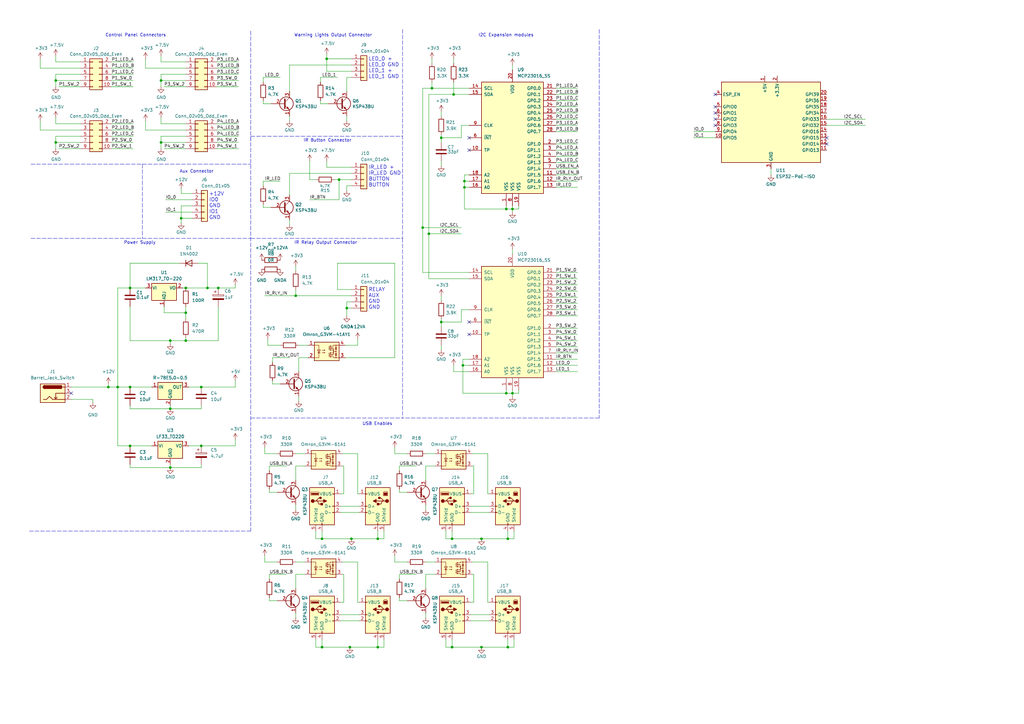
<source format=kicad_sch>
(kicad_sch (version 20211123) (generator eeschema)
  (paper "A3")
  (junction (at 82.55 182.88))
  (junction (at 154.94 220.98))
  (junction (at 177.165 36.195))
  (junction (at 180.975 132.08))
  (junction (at 133.985 24.13))
  (junction (at 207.645 161.29))
  (junction (at 210.185 161.29))
  (junction (at 132.08 265.43))
  (junction (at 132.08 220.98))
  (junction (at 66.04 58.42))
  (junction (at 74.295 89.535))
  (junction (at 186.055 38.735))
  (junction (at 207.645 85.725))
  (junction (at 185.42 220.98))
  (junction (at 143.51 265.43))
  (junction (at 53.34 118.11))
  (junction (at 69.85 191.77))
  (junction (at 180.975 56.515))
  (junction (at 144.145 220.98))
  (junction (at 22.86 33.02))
  (junction (at 121.285 121.285))
  (junction (at 197.485 265.43))
  (junction (at 173.355 93.345))
  (junction (at 190.5 76.835))
  (junction (at 66.04 33.02))
  (junction (at 69.85 139.7))
  (junction (at 154.94 265.43))
  (junction (at 85.09 118.11))
  (junction (at 89.535 118.11))
  (junction (at 22.86 58.42))
  (junction (at 76.2 128.27))
  (junction (at 210.185 85.725))
  (junction (at 76.2 139.7))
  (junction (at 208.28 265.43))
  (junction (at 197.485 220.98))
  (junction (at 69.85 167.64))
  (junction (at 53.34 182.88))
  (junction (at 82.55 158.75))
  (junction (at 44.45 158.75))
  (junction (at 142.24 126.365))
  (junction (at 185.42 265.43))
  (junction (at 190.5 74.295))
  (junction (at 139.065 73.66))
  (junction (at 53.34 158.75))
  (junction (at 76.2 118.11))
  (junction (at 48.26 158.75))
  (junction (at 175.895 95.885))
  (junction (at 189.865 149.86))
  (junction (at 208.28 220.98))
  (no_connect (at 192.405 132.08))
  (no_connect (at 192.405 137.16))
  (no_connect (at 192.405 56.515))
  (no_connect (at 192.405 61.595))
  (no_connect (at 293.37 43.815))
  (no_connect (at 293.37 46.355))
  (no_connect (at 293.37 51.435))
  (no_connect (at 29.21 161.29))
  (no_connect (at 339.09 56.515))
  (no_connect (at 339.09 59.055))
  (no_connect (at 293.37 48.895))
  (no_connect (at 293.37 38.735))
  (wire (pts (xy 44.45 157.48) (xy 44.45 158.75)))
  (wire (pts (xy 142.24 123.825) (xy 142.24 126.365)))
  (wire (pts (xy 137.16 73.66) (xy 139.065 73.66)))
  (wire (pts (xy 227.965 116.84) (xy 236.855 116.84)))
  (wire (pts (xy 121.285 191.135) (xy 125.095 191.135)))
  (wire (pts (xy 78.74 84.455) (xy 74.295 84.455)))
  (wire (pts (xy 173.355 93.345) (xy 173.355 36.195)))
  (wire (pts (xy 88.9 58.42) (xy 97.79 58.42)))
  (wire (pts (xy 29.21 158.75) (xy 44.45 158.75)))
  (wire (pts (xy 185.42 265.43) (xy 197.485 265.43)))
  (wire (pts (xy 108.585 186.055) (xy 113.665 186.055)))
  (wire (pts (xy 33.02 27.94) (xy 16.51 27.94)))
  (wire (pts (xy 208.28 220.98) (xy 210.82 220.98)))
  (wire (pts (xy 142.24 126.365) (xy 144.145 126.365)))
  (wire (pts (xy 139.065 73.66) (xy 144.145 73.66)))
  (wire (pts (xy 74.295 77.47) (xy 74.295 79.375)))
  (wire (pts (xy 22.86 58.42) (xy 22.86 55.88)))
  (wire (pts (xy 133.985 68.58) (xy 144.145 68.58)))
  (wire (pts (xy 180.975 132.08) (xy 189.23 132.08)))
  (wire (pts (xy 142.24 31.75) (xy 144.145 31.75)))
  (wire (pts (xy 207.645 161.29) (xy 207.645 160.02)))
  (wire (pts (xy 139.7 202.565) (xy 140.97 202.565)))
  (wire (pts (xy 121.285 121.285) (xy 121.285 118.745)))
  (wire (pts (xy 48.26 118.11) (xy 48.26 158.75)))
  (wire (pts (xy 227.965 41.275) (xy 236.855 41.275)))
  (wire (pts (xy 69.85 191.77) (xy 53.34 191.77)))
  (wire (pts (xy 192.405 71.755) (xy 190.5 71.755)))
  (wire (pts (xy 174.625 230.505) (xy 178.435 230.505)))
  (wire (pts (xy 177.165 24.13) (xy 177.165 26.035)))
  (wire (pts (xy 88.9 25.4) (xy 97.79 25.4)))
  (wire (pts (xy 22.86 48.26) (xy 22.86 50.8)))
  (polyline (pts (xy 165.1 71.755) (xy 165.1 97.79)))
  (wire (pts (xy 53.34 167.64) (xy 53.34 166.37)))
  (wire (pts (xy 141.605 146.685) (xy 161.925 146.685)))
  (wire (pts (xy 121.285 186.055) (xy 125.095 186.055)))
  (wire (pts (xy 88.9 53.34) (xy 97.79 53.34)))
  (wire (pts (xy 190.5 85.725) (xy 207.645 85.725)))
  (wire (pts (xy 227.965 53.975) (xy 236.855 53.975)))
  (wire (pts (xy 161.925 186.055) (xy 167.005 186.055)))
  (wire (pts (xy 227.965 46.355) (xy 236.855 46.355)))
  (wire (pts (xy 118.745 26.67) (xy 144.145 26.67)))
  (wire (pts (xy 227.965 48.895) (xy 236.855 48.895)))
  (wire (pts (xy 200.025 186.055) (xy 193.675 186.055)))
  (wire (pts (xy 122.555 141.605) (xy 126.365 141.605)))
  (wire (pts (xy 146.685 230.505) (xy 140.335 230.505)))
  (wire (pts (xy 146.685 141.605) (xy 141.605 141.605)))
  (wire (pts (xy 193.675 191.135) (xy 194.31 191.135)))
  (wire (pts (xy 53.34 182.88) (xy 48.26 182.88)))
  (wire (pts (xy 144.145 220.98) (xy 154.94 220.98)))
  (wire (pts (xy 88.9 27.94) (xy 97.79 27.94)))
  (wire (pts (xy 163.83 235.585) (xy 170.815 235.585)))
  (wire (pts (xy 69.85 190.5) (xy 69.85 191.77)))
  (wire (pts (xy 81.28 107.95) (xy 85.09 107.95)))
  (wire (pts (xy 110.49 201.93) (xy 110.49 200.66)))
  (wire (pts (xy 180.975 55.245) (xy 180.975 56.515)))
  (wire (pts (xy 227.965 59.055) (xy 236.855 59.055)))
  (wire (pts (xy 110.49 201.93) (xy 113.665 201.93)))
  (wire (pts (xy 189.865 149.86) (xy 189.865 161.29)))
  (wire (pts (xy 210.185 85.725) (xy 207.645 85.725)))
  (wire (pts (xy 66.04 30.48) (xy 76.2 30.48)))
  (wire (pts (xy 157.48 262.255) (xy 157.48 265.43)))
  (wire (pts (xy 194.31 191.135) (xy 194.31 202.565)))
  (polyline (pts (xy 12.7 67.31) (xy 58.42 67.31)))
  (wire (pts (xy 69.85 166.37) (xy 69.85 167.64)))
  (wire (pts (xy 208.28 217.805) (xy 208.28 220.98)))
  (wire (pts (xy 182.88 217.805) (xy 182.88 220.98)))
  (wire (pts (xy 227.965 38.735) (xy 236.855 38.735)))
  (wire (pts (xy 132.08 265.43) (xy 143.51 265.43)))
  (wire (pts (xy 210.185 162.56) (xy 210.185 161.29)))
  (wire (pts (xy 109.855 139.065) (xy 109.855 141.605)))
  (wire (pts (xy 67.945 81.915) (xy 78.74 81.915)))
  (wire (pts (xy 189.865 147.32) (xy 189.865 149.86)))
  (wire (pts (xy 207.645 85.725) (xy 207.645 84.455)))
  (wire (pts (xy 22.86 35.56) (xy 22.86 33.02)))
  (wire (pts (xy 22.86 60.96) (xy 22.86 58.42)))
  (wire (pts (xy 142.24 76.2) (xy 144.145 76.2)))
  (wire (pts (xy 76.2 27.94) (xy 59.69 27.94)))
  (wire (pts (xy 154.94 220.98) (xy 157.48 220.98)))
  (wire (pts (xy 186.055 24.13) (xy 186.055 26.035)))
  (wire (pts (xy 38.1 163.83) (xy 38.1 165.1)))
  (wire (pts (xy 227.965 36.195) (xy 236.855 36.195)))
  (wire (pts (xy 107.95 85.09) (xy 111.125 85.09)))
  (wire (pts (xy 174.625 191.135) (xy 174.625 196.85)))
  (wire (pts (xy 67.31 35.56) (xy 76.2 35.56)))
  (wire (pts (xy 227.965 71.755) (xy 236.855 71.755)))
  (wire (pts (xy 89.535 125.73) (xy 89.535 139.7)))
  (wire (pts (xy 210.82 217.805) (xy 210.82 220.98)))
  (wire (pts (xy 53.34 139.7) (xy 53.34 125.73)))
  (wire (pts (xy 76.2 118.11) (xy 74.93 118.11)))
  (wire (pts (xy 142.24 126.365) (xy 142.24 129.54)))
  (wire (pts (xy 121.285 191.135) (xy 121.285 196.85)))
  (wire (pts (xy 66.04 35.56) (xy 66.04 33.02)))
  (wire (pts (xy 180.975 121.285) (xy 180.975 123.19)))
  (wire (pts (xy 122.555 146.685) (xy 126.365 146.685)))
  (wire (pts (xy 22.86 22.86) (xy 22.86 25.4)))
  (wire (pts (xy 140.97 235.585) (xy 140.97 247.015)))
  (wire (pts (xy 121.285 251.46) (xy 121.285 253.365)))
  (wire (pts (xy 108.585 121.285) (xy 121.285 121.285)))
  (wire (pts (xy 76.2 33.02) (xy 66.04 33.02)))
  (wire (pts (xy 227.965 111.76) (xy 236.855 111.76)))
  (wire (pts (xy 45.72 35.56) (xy 54.61 35.56)))
  (wire (pts (xy 118.745 47.625) (xy 118.745 49.53)))
  (wire (pts (xy 146.685 186.055) (xy 140.335 186.055)))
  (wire (pts (xy 107.95 42.545) (xy 111.125 42.545)))
  (wire (pts (xy 189.23 127) (xy 192.405 127)))
  (wire (pts (xy 200.025 247.015) (xy 200.025 230.505)))
  (polyline (pts (xy 165.1 97.79) (xy 165.1 171.45)))
  (wire (pts (xy 284.48 56.515) (xy 293.37 56.515)))
  (wire (pts (xy 45.72 50.8) (xy 54.61 50.8)))
  (wire (pts (xy 227.965 129.54) (xy 236.855 129.54)))
  (wire (pts (xy 210.185 86.995) (xy 210.185 85.725)))
  (wire (pts (xy 53.34 107.95) (xy 53.34 118.11)))
  (wire (pts (xy 133.985 66.04) (xy 133.985 68.58)))
  (wire (pts (xy 174.625 207.01) (xy 174.625 208.915)))
  (wire (pts (xy 24.13 35.56) (xy 33.02 35.56)))
  (wire (pts (xy 88.9 50.8) (xy 97.79 50.8)))
  (wire (pts (xy 121.285 235.585) (xy 125.095 235.585)))
  (wire (pts (xy 77.47 182.88) (xy 82.55 182.88)))
  (wire (pts (xy 132.08 217.805) (xy 132.08 220.98)))
  (wire (pts (xy 110.49 246.38) (xy 110.49 245.11)))
  (wire (pts (xy 88.9 60.96) (xy 97.79 60.96)))
  (wire (pts (xy 122.555 146.685) (xy 122.555 152.4)))
  (wire (pts (xy 146.685 247.015) (xy 146.685 230.505)))
  (wire (pts (xy 200.66 202.565) (xy 200.025 202.565)))
  (wire (pts (xy 121.285 230.505) (xy 125.095 230.505)))
  (wire (pts (xy 192.405 38.735) (xy 186.055 38.735)))
  (wire (pts (xy 182.88 262.255) (xy 182.88 265.43)))
  (wire (pts (xy 175.895 95.885) (xy 189.23 95.885)))
  (wire (pts (xy 89.535 139.7) (xy 76.2 139.7)))
  (wire (pts (xy 227.965 51.435) (xy 236.855 51.435)))
  (wire (pts (xy 33.02 58.42) (xy 22.86 58.42)))
  (wire (pts (xy 82.55 158.75) (xy 96.52 158.75)))
  (wire (pts (xy 197.485 220.98) (xy 208.28 220.98)))
  (wire (pts (xy 154.94 262.255) (xy 154.94 265.43)))
  (wire (pts (xy 173.355 93.345) (xy 189.23 93.345)))
  (wire (pts (xy 107.95 85.09) (xy 107.95 83.82)))
  (wire (pts (xy 316.23 69.215) (xy 316.23 71.755)))
  (wire (pts (xy 82.55 182.88) (xy 96.52 182.88)))
  (wire (pts (xy 227.965 149.86) (xy 236.855 149.86)))
  (wire (pts (xy 62.23 182.88) (xy 53.34 182.88)))
  (wire (pts (xy 45.72 55.88) (xy 54.61 55.88)))
  (wire (pts (xy 107.95 74.295) (xy 107.95 76.2)))
  (wire (pts (xy 173.355 36.195) (xy 177.165 36.195)))
  (wire (pts (xy 190.5 74.295) (xy 192.405 74.295)))
  (wire (pts (xy 161.925 227.965) (xy 161.925 230.505)))
  (wire (pts (xy 175.895 38.735) (xy 175.895 95.885)))
  (wire (pts (xy 227.965 61.595) (xy 236.855 61.595)))
  (wire (pts (xy 210.185 161.29) (xy 212.725 161.29)))
  (wire (pts (xy 227.965 121.92) (xy 236.855 121.92)))
  (polyline (pts (xy 102.87 97.79) (xy 165.1 97.79)))
  (wire (pts (xy 193.04 207.645) (xy 200.66 207.645)))
  (wire (pts (xy 210.185 102.235) (xy 210.185 104.14)))
  (wire (pts (xy 66.04 25.4) (xy 76.2 25.4)))
  (wire (pts (xy 73.66 107.95) (xy 53.34 107.95)))
  (wire (pts (xy 139.7 210.185) (xy 147.32 210.185)))
  (wire (pts (xy 66.04 33.02) (xy 66.04 30.48)))
  (wire (pts (xy 161.925 146.685) (xy 161.925 107.95)))
  (wire (pts (xy 227.965 142.24) (xy 236.855 142.24)))
  (wire (pts (xy 200.025 230.505) (xy 193.675 230.505)))
  (wire (pts (xy 147.32 247.015) (xy 146.685 247.015)))
  (wire (pts (xy 146.685 139.065) (xy 146.685 141.605)))
  (wire (pts (xy 163.83 246.38) (xy 167.005 246.38)))
  (wire (pts (xy 127 81.915) (xy 139.065 81.915)))
  (wire (pts (xy 210.185 26.67) (xy 210.185 28.575)))
  (wire (pts (xy 33.02 33.02) (xy 22.86 33.02)))
  (wire (pts (xy 109.855 141.605) (xy 114.935 141.605)))
  (wire (pts (xy 210.185 160.02) (xy 210.185 161.29)))
  (wire (pts (xy 227.965 139.7) (xy 236.855 139.7)))
  (wire (pts (xy 89.535 118.11) (xy 96.52 118.11)))
  (wire (pts (xy 53.34 118.11) (xy 59.69 118.11)))
  (wire (pts (xy 190.5 76.835) (xy 190.5 85.725)))
  (wire (pts (xy 69.85 167.64) (xy 53.34 167.64)))
  (wire (pts (xy 96.52 156.21) (xy 96.52 158.75)))
  (wire (pts (xy 111.76 157.48) (xy 111.76 156.21)))
  (wire (pts (xy 85.09 107.95) (xy 85.09 118.11)))
  (wire (pts (xy 142.24 76.2) (xy 142.24 78.105)))
  (wire (pts (xy 45.72 60.96) (xy 54.61 60.96)))
  (wire (pts (xy 210.185 84.455) (xy 210.185 85.725)))
  (wire (pts (xy 139.7 207.645) (xy 147.32 207.645)))
  (wire (pts (xy 227.965 119.38) (xy 236.855 119.38)))
  (wire (pts (xy 227.965 137.16) (xy 236.855 137.16)))
  (wire (pts (xy 127 73.66) (xy 129.54 73.66)))
  (wire (pts (xy 88.9 33.02) (xy 97.79 33.02)))
  (polyline (pts (xy 102.87 12.7) (xy 102.87 118.11)))
  (wire (pts (xy 154.94 217.805) (xy 154.94 220.98)))
  (wire (pts (xy 48.26 182.88) (xy 48.26 158.75)))
  (wire (pts (xy 180.975 45.72) (xy 180.975 47.625)))
  (polyline (pts (xy 58.42 67.31) (xy 58.42 97.79)))
  (polyline (pts (xy 102.87 57.785) (xy 102.87 55.88)))
  (wire (pts (xy 133.985 24.13) (xy 144.145 24.13)))
  (wire (pts (xy 67.31 60.96) (xy 76.2 60.96)))
  (wire (pts (xy 22.86 55.88) (xy 33.02 55.88)))
  (wire (pts (xy 147.32 202.565) (xy 146.685 202.565)))
  (polyline (pts (xy 245.745 85.725) (xy 245.745 171.45)))
  (wire (pts (xy 131.445 42.545) (xy 134.62 42.545)))
  (wire (pts (xy 96.52 180.34) (xy 96.52 182.88)))
  (wire (pts (xy 45.72 58.42) (xy 54.61 58.42)))
  (wire (pts (xy 22.86 33.02) (xy 22.86 30.48)))
  (polyline (pts (xy 102.87 171.45) (xy 165.1 171.45)))
  (wire (pts (xy 132.08 220.98) (xy 144.145 220.98)))
  (wire (pts (xy 22.86 50.8) (xy 33.02 50.8)))
  (wire (pts (xy 161.925 107.95) (xy 138.43 107.95)))
  (wire (pts (xy 186.055 38.735) (xy 175.895 38.735)))
  (wire (pts (xy 138.43 107.95) (xy 138.43 118.745)))
  (wire (pts (xy 88.9 30.48) (xy 97.79 30.48)))
  (wire (pts (xy 82.55 167.64) (xy 69.85 167.64)))
  (wire (pts (xy 48.26 118.11) (xy 53.34 118.11)))
  (wire (pts (xy 129.54 265.43) (xy 132.08 265.43)))
  (wire (pts (xy 146.685 202.565) (xy 146.685 186.055)))
  (wire (pts (xy 189.865 161.29) (xy 207.645 161.29)))
  (wire (pts (xy 189.23 56.515) (xy 189.23 51.435)))
  (wire (pts (xy 88.9 55.88) (xy 97.79 55.88)))
  (wire (pts (xy 67.945 86.995) (xy 78.74 86.995)))
  (wire (pts (xy 210.185 161.29) (xy 207.645 161.29)))
  (wire (pts (xy 193.675 235.585) (xy 194.31 235.585)))
  (wire (pts (xy 53.34 158.75) (xy 62.23 158.75)))
  (wire (pts (xy 76.2 58.42) (xy 66.04 58.42)))
  (wire (pts (xy 121.285 109.22) (xy 121.285 111.125)))
  (wire (pts (xy 53.34 190.5) (xy 53.34 191.77)))
  (wire (pts (xy 59.69 27.94) (xy 59.69 24.13)))
  (wire (pts (xy 154.94 265.43) (xy 157.48 265.43)))
  (wire (pts (xy 76.2 138.43) (xy 76.2 139.7)))
  (wire (pts (xy 186.055 149.86) (xy 186.055 152.4)))
  (wire (pts (xy 29.21 163.83) (xy 38.1 163.83)))
  (wire (pts (xy 82.55 191.77) (xy 69.85 191.77)))
  (polyline (pts (xy 102.87 118.11) (xy 102.87 217.805)))
  (wire (pts (xy 177.165 33.655) (xy 177.165 36.195)))
  (wire (pts (xy 227.965 134.62) (xy 236.855 134.62)))
  (wire (pts (xy 140.335 191.135) (xy 140.97 191.135)))
  (wire (pts (xy 127 66.04) (xy 127 73.66)))
  (wire (pts (xy 193.04 210.185) (xy 200.66 210.185)))
  (wire (pts (xy 186.055 33.655) (xy 186.055 38.735)))
  (wire (pts (xy 107.95 42.545) (xy 107.95 41.275)))
  (wire (pts (xy 284.48 53.975) (xy 293.37 53.975)))
  (polyline (pts (xy 102.87 217.805) (xy 12.065 217.805)))
  (wire (pts (xy 110.49 235.585) (xy 110.49 237.49)))
  (wire (pts (xy 53.34 139.7) (xy 69.85 139.7)))
  (wire (pts (xy 185.42 220.98) (xy 197.485 220.98)))
  (wire (pts (xy 85.09 118.11) (xy 89.535 118.11)))
  (wire (pts (xy 69.85 139.7) (xy 69.85 140.97)))
  (wire (pts (xy 88.9 35.56) (xy 97.79 35.56)))
  (wire (pts (xy 143.51 265.43) (xy 154.94 265.43)))
  (wire (pts (xy 111.76 146.685) (xy 111.76 148.59)))
  (wire (pts (xy 107.95 31.75) (xy 114.935 31.75)))
  (wire (pts (xy 16.51 27.94) (xy 16.51 24.13)))
  (wire (pts (xy 67.31 125.73) (xy 67.31 128.27)))
  (wire (pts (xy 118.745 71.12) (xy 144.145 71.12)))
  (wire (pts (xy 74.295 79.375) (xy 78.74 79.375)))
  (polyline (pts (xy 245.745 12.065) (xy 245.745 85.725)))
  (polyline (pts (xy 245.745 171.45) (xy 165.1 171.45)))
  (wire (pts (xy 174.625 251.46) (xy 174.625 253.365)))
  (wire (pts (xy 193.04 254.635) (xy 200.66 254.635)))
  (wire (pts (xy 208.28 265.43) (xy 210.82 265.43)))
  (wire (pts (xy 227.965 66.675) (xy 236.855 66.675)))
  (wire (pts (xy 182.88 265.43) (xy 185.42 265.43)))
  (wire (pts (xy 189.23 132.08) (xy 189.23 127)))
  (wire (pts (xy 227.965 64.135) (xy 236.855 64.135)))
  (wire (pts (xy 142.24 31.75) (xy 142.24 37.465)))
  (wire (pts (xy 192.405 111.76) (xy 173.355 111.76)))
  (wire (pts (xy 227.965 114.3) (xy 236.855 114.3)))
  (wire (pts (xy 174.625 235.585) (xy 178.435 235.585)))
  (wire (pts (xy 197.485 265.43) (xy 208.28 265.43)))
  (wire (pts (xy 118.745 90.17) (xy 118.745 92.075)))
  (polyline (pts (xy 12.7 97.79) (xy 102.87 97.79)))
  (wire (pts (xy 192.405 147.32) (xy 189.865 147.32)))
  (wire (pts (xy 96.52 116.84) (xy 96.52 118.11)))
  (wire (pts (xy 121.285 235.585) (xy 121.285 241.3)))
  (wire (pts (xy 227.965 74.295) (xy 236.855 74.295)))
  (wire (pts (xy 45.72 30.48) (xy 54.61 30.48)))
  (wire (pts (xy 163.83 201.93) (xy 167.005 201.93)))
  (wire (pts (xy 177.165 36.195) (xy 192.405 36.195)))
  (wire (pts (xy 107.95 31.75) (xy 107.95 33.655)))
  (wire (pts (xy 140.335 235.585) (xy 140.97 235.585)))
  (wire (pts (xy 180.975 56.515) (xy 189.23 56.515)))
  (wire (pts (xy 210.82 262.255) (xy 210.82 265.43)))
  (wire (pts (xy 227.965 69.215) (xy 236.855 69.215)))
  (wire (pts (xy 66.04 22.86) (xy 66.04 25.4)))
  (wire (pts (xy 190.5 74.295) (xy 190.5 76.835)))
  (wire (pts (xy 118.745 71.12) (xy 118.745 80.01)))
  (wire (pts (xy 133.985 29.21) (xy 144.145 29.21)))
  (wire (pts (xy 66.04 50.8) (xy 76.2 50.8)))
  (wire (pts (xy 193.04 202.565) (xy 194.31 202.565)))
  (wire (pts (xy 227.965 127) (xy 236.855 127)))
  (wire (pts (xy 189.865 149.86) (xy 192.405 149.86)))
  (polyline (pts (xy 165.1 12.065) (xy 165.1 71.755)))
  (wire (pts (xy 180.975 56.515) (xy 180.975 58.42)))
  (wire (pts (xy 163.83 191.135) (xy 163.83 193.04)))
  (wire (pts (xy 16.51 53.34) (xy 16.51 49.53)))
  (wire (pts (xy 144.145 123.825) (xy 142.24 123.825)))
  (wire (pts (xy 66.04 55.88) (xy 76.2 55.88)))
  (wire (pts (xy 212.725 160.02) (xy 212.725 161.29)))
  (wire (pts (xy 45.72 25.4) (xy 54.61 25.4)))
  (wire (pts (xy 110.49 191.135) (xy 117.475 191.135)))
  (wire (pts (xy 107.95 74.295) (xy 114.935 74.295)))
  (wire (pts (xy 69.85 139.7) (xy 76.2 139.7)))
  (wire (pts (xy 157.48 217.805) (xy 157.48 220.98)))
  (wire (pts (xy 190.5 76.835) (xy 192.405 76.835)))
  (wire (pts (xy 174.625 191.135) (xy 178.435 191.135)))
  (wire (pts (xy 45.72 27.94) (xy 54.61 27.94)))
  (polyline (pts (xy 102.87 55.88) (xy 165.1 55.88)))
  (wire (pts (xy 175.895 95.885) (xy 175.895 114.3)))
  (wire (pts (xy 129.54 217.805) (xy 129.54 220.98)))
  (wire (pts (xy 200.025 202.565) (xy 200.025 186.055)))
  (wire (pts (xy 110.49 235.585) (xy 117.475 235.585)))
  (wire (pts (xy 108.585 183.515) (xy 108.585 186.055)))
  (wire (pts (xy 174.625 186.055) (xy 178.435 186.055)))
  (wire (pts (xy 161.925 183.515) (xy 161.925 186.055)))
  (wire (pts (xy 121.285 121.285) (xy 144.145 121.285)))
  (wire (pts (xy 118.745 26.67) (xy 118.745 37.465)))
  (wire (pts (xy 173.355 111.76) (xy 173.355 93.345)))
  (wire (pts (xy 132.08 262.255) (xy 132.08 265.43)))
  (wire (pts (xy 190.5 71.755) (xy 190.5 74.295)))
  (wire (pts (xy 200.66 247.015) (xy 200.025 247.015)))
  (wire (pts (xy 74.295 84.455) (xy 74.295 89.535)))
  (wire (pts (xy 129.54 220.98) (xy 132.08 220.98)))
  (wire (pts (xy 194.31 235.585) (xy 194.31 247.015)))
  (wire (pts (xy 138.43 118.745) (xy 144.145 118.745)))
  (wire (pts (xy 33.02 53.34) (xy 16.51 53.34)))
  (wire (pts (xy 180.975 141.605) (xy 180.975 143.51)))
  (wire (pts (xy 74.295 91.44) (xy 74.295 89.535)))
  (wire (pts (xy 66.04 60.96) (xy 66.04 58.42)))
  (wire (pts (xy 22.86 25.4) (xy 33.02 25.4)))
  (wire (pts (xy 189.23 51.435) (xy 192.405 51.435)))
  (wire (pts (xy 59.69 53.34) (xy 59.69 49.53)))
  (wire (pts (xy 67.31 128.27) (xy 76.2 128.27)))
  (wire (pts (xy 24.13 60.96) (xy 33.02 60.96)))
  (wire (pts (xy 76.2 125.73) (xy 76.2 128.27)))
  (wire (pts (xy 227.965 144.78) (xy 236.855 144.78)))
  (wire (pts (xy 193.04 252.095) (xy 200.66 252.095)))
  (wire (pts (xy 142.24 47.625) (xy 142.24 49.53)))
  (wire (pts (xy 121.285 207.01) (xy 121.285 208.915)))
  (wire (pts (xy 48.26 158.75) (xy 53.34 158.75)))
  (wire (pts (xy 140.97 191.135) (xy 140.97 202.565)))
  (wire (pts (xy 110.49 246.38) (xy 113.665 246.38)))
  (wire (pts (xy 185.42 262.255) (xy 185.42 265.43)))
  (wire (pts (xy 77.47 158.75) (xy 82.55 158.75)))
  (wire (pts (xy 108.585 230.505) (xy 113.665 230.505)))
  (wire (pts (xy 108.585 227.965) (xy 108.585 230.505)))
  (wire (pts (xy 111.76 157.48) (xy 114.935 157.48)))
  (wire (pts (xy 66.04 48.26) (xy 66.04 50.8)))
  (wire (pts (xy 186.055 152.4) (xy 192.405 152.4)))
  (wire (pts (xy 131.445 31.75) (xy 138.43 31.75)))
  (wire (pts (xy 66.04 58.42) (xy 66.04 55.88)))
  (wire (pts (xy 139.7 254.635) (xy 147.32 254.635)))
  (wire (pts (xy 163.83 246.38) (xy 163.83 245.11)))
  (polyline (pts (xy 58.42 67.31) (xy 102.87 67.31)))
  (wire (pts (xy 339.09 51.435) (xy 354.965 51.435)))
  (wire (pts (xy 227.965 152.4) (xy 236.855 152.4)))
  (wire (pts (xy 180.975 66.04) (xy 180.975 67.945)))
  (wire (pts (xy 82.55 190.5) (xy 82.55 191.77)))
  (wire (pts (xy 193.04 247.015) (xy 194.31 247.015)))
  (wire (pts (xy 22.86 30.48) (xy 33.02 30.48)))
  (wire (pts (xy 76.2 53.34) (xy 59.69 53.34)))
  (wire (pts (xy 180.975 130.81) (xy 180.975 132.08)))
  (wire (pts (xy 131.445 42.545) (xy 131.445 41.275)))
  (wire (pts (xy 182.88 220.98) (xy 185.42 220.98)))
  (wire (pts (xy 236.855 76.835) (xy 227.965 76.835)))
  (wire (pts (xy 122.555 162.56) (xy 122.555 164.465)))
  (wire (pts (xy 227.965 43.815) (xy 236.855 43.815)))
  (wire (pts (xy 44.45 158.75) (xy 48.26 158.75)))
  (wire (pts (xy 339.09 48.895) (xy 354.965 48.895)))
  (wire (pts (xy 74.295 89.535) (xy 78.74 89.535)))
  (wire (pts (xy 208.28 262.255) (xy 208.28 265.43)))
  (wire (pts (xy 139.7 252.095) (xy 147.32 252.095)))
  (wire (pts (xy 210.185 85.725) (xy 212.725 85.725)))
  (wire (pts (xy 163.83 191.135) (xy 170.815 191.135)))
  (wire (pts (xy 180.975 132.08) (xy 180.975 133.985)))
  (wire (pts (xy 163.83 235.585) (xy 163.83 237.49)))
  (wire (pts (xy 212.725 84.455) (xy 212.725 85.725)))
  (wire (pts (xy 133.985 22.225) (xy 133.985 24.13)))
  (wire (pts (xy 111.76 146.685) (xy 118.745 146.685)))
  (wire (pts (xy 129.54 262.255) (xy 129.54 265.43)))
  (wire (pts (xy 174.625 235.585) (xy 174.625 241.3)))
  (wire (pts (xy 227.965 147.32) (xy 236.855 147.32)))
  (wire (pts (xy 82.55 166.37) (xy 82.55 167.64)))
  (wire (pts (xy 185.42 217.805) (xy 185.42 220.98)))
  (wire (pts (xy 45.72 33.02) (xy 54.61 33.02)))
  (wire (pts (xy 175.895 114.3) (xy 192.405 114.3)))
  (wire (pts (xy 76.2 118.11) (xy 85.09 118.11)))
  (wire (pts (xy 161.925 230.505) (xy 167.005 230.505)))
  (wire (pts (xy 227.965 124.46) (xy 236.855 124.46)))
  (wire (pts (xy 76.2 128.27) (xy 76.2 130.81)))
  (wire (pts (xy 139.065 81.915) (xy 139.065 73.66)))
  (wire (pts (xy 133.985 24.13) (xy 133.985 29.21)))
  (wire (pts (xy 131.445 31.75) (xy 131.445 33.655)))
  (wire (pts (xy 163.83 201.93) (xy 163.83 200.66)))
  (wire (pts (xy 110.49 191.135) (xy 110.49 193.04)))
  (wire (pts (xy 45.72 53.34) (xy 54.61 53.34)))
  (wire (pts (xy 139.7 247.015) (xy 140.97 247.015)))
  (text "IR Button Connector\n" (at 124.46 58.42 0) (effects (font (size 1.27 1.27)) (justify left bottom)))
  (text "Power Supply" (at 50.8 100.33 0) (effects (font (size 1.27 1.27)) (justify left bottom)))
  (text "Aux Connector" (at 73.66 71.12 0) (effects (font (size 1.27 1.27)) (justify left bottom)))
  (text "RELAY\nAUX\nGND\nGND" (at 151.13 127 0) (effects (font (size 1.5 1.5)) (justify left bottom)))
  (text "Warning Lights Output Connector" (at 120.65 15.24 0) (effects (font (size 1.27 1.27)) (justify left bottom)))
  (text "USB Enables" (at 148.59 174.625 0) (effects (font (size 1.27 1.27)) (justify left bottom)))
  (text "LED_0 + \nLED_0 GND\nLED_1 + \nLED_1 GND" (at 151.13 32.385 0) (effects (font (size 1.5 1.5)) (justify left bottom)))
  (text "+12V\nIO0\nGND\nIO1\nGND" (at 85.725 90.17 0) (effects (font (size 1.5 1.5)) (justify left bottom)))
  (text "I2C Expansion modules" (at 196.215 15.24 0) (effects (font (size 1.27 1.27)) (justify left bottom)))
  (text "IR_LED + \nIR_LED GND\nBUTTON \nBUTTON\n" (at 151.13 76.835 0) (effects (font (size 1.5 1.5)) (justify left bottom)))
  (text "IR Relay Output Connector" (at 120.65 100.33 0) (effects (font (size 1.27 1.27)) (justify left bottom)))
  (text "Control Panel Connectors\n" (at 43.18 15.24 0) (effects (font (size 1.27 1.27)) (justify left bottom)))
  (label "USB_EN_B" (at 110.49 235.585 0))
  (label "LED_1" (at 227.965 152.4 0))
  (label "USB_EN_B" (at 227.965 71.755 0))
  (label "P4_SW_0" (at 88.9 58.42 0))
  (label "P3_LED_A" (at 227.965 51.435 0))
  (label "P2_LED_A" (at 227.965 43.815 0))
  (label "P1_SW_2" (at 227.965 116.84 0))
  (label "P1_LED_B" (at 227.965 38.735 0))
  (label "I2C_SDA" (at 180.34 95.885 0))
  (label "IO_0" (at 67.945 81.915 0))
  (label "P4_LED_A" (at 88.9 50.8 0))
  (label "IR_LED" (at 108.585 74.295 0))
  (label "P4_SW_2" (at 67.31 60.96 0))
  (label "P3_SW_1" (at 88.9 35.56 0))
  (label "P2_SW_1" (at 227.965 121.92 0))
  (label "P2_SW_2" (at 227.965 124.46 0))
  (label "LED_1" (at 132.08 31.75 0))
  (label "P2_SW_2" (at 24.13 60.96 0))
  (label "IR_BTN" (at 227.965 147.32 0))
  (label "P3_LED_A" (at 88.9 25.4 0))
  (label "USB_EN_A" (at 227.965 69.215 0))
  (label "P4_LED_B" (at 88.9 53.34 0))
  (label "IR_RLY_IN" (at 227.965 144.78 0))
  (label "IR_LED" (at 227.965 76.835 0))
  (label "IR_RLY_IN" (at 108.585 121.285 0))
  (label "P3_SW_2" (at 227.965 134.62 0))
  (label "IR_RLY_OUT" (at 111.76 146.685 0))
  (label "P1_LED_C" (at 227.965 41.275 0))
  (label "P3_LED_B" (at 227.965 53.975 0))
  (label "P4_SW_1" (at 227.965 139.7 0))
  (label "P4_SW_1" (at 88.9 60.96 0))
  (label "IO_1" (at 67.945 86.995 0))
  (label "P1_LED_C" (at 45.72 30.48 0))
  (label "P4_LED_A" (at 227.965 61.595 0))
  (label "P2_SW_1" (at 45.72 60.96 0))
  (label "P2_LED_B" (at 227.965 46.355 0))
  (label "P1_SW_1" (at 45.72 35.56 0))
  (label "IO_1" (at 284.48 56.515 0))
  (label "IO_0" (at 284.48 53.975 0))
  (label "IR_BTN" (at 127 81.915 0))
  (label "LED_0" (at 108.585 31.75 0))
  (label "USB_EN_B" (at 163.83 235.585 0))
  (label "I2C_SDA" (at 346.075 51.435 0))
  (label "P4_SW_0" (at 227.965 137.16 0))
  (label "P2_SW_0" (at 45.72 58.42 0))
  (label "P2_LED_A" (at 45.72 50.8 0))
  (label "P2_LED_C" (at 227.965 48.895 0))
  (label "I2C_SCL" (at 180.34 93.345 0))
  (label "P3_SW_0" (at 227.965 127 0))
  (label "P3_LED_C" (at 88.9 30.48 0))
  (label "P4_LED_B" (at 227.965 64.135 0))
  (label "P1_LED_B" (at 45.72 27.94 0))
  (label "P1_SW_1" (at 227.965 114.3 0))
  (label "P2_SW_0" (at 227.965 119.38 0))
  (label "P2_LED_C" (at 45.72 55.88 0))
  (label "USB_EN_A" (at 110.49 191.135 0))
  (label "P4_SW_2" (at 227.965 142.24 0))
  (label "P1_SW_0" (at 227.965 111.76 0))
  (label "P4_LED_C" (at 227.965 66.675 0))
  (label "P3_SW_2" (at 67.31 35.56 0))
  (label "P2_LED_B" (at 45.72 53.34 0))
  (label "USB_EN_A" (at 163.83 191.135 0))
  (label "LED_0" (at 227.965 149.86 0))
  (label "P3_SW_1" (at 227.965 129.54 0))
  (label "P1_SW_0" (at 45.72 33.02 0))
  (label "P1_LED_A" (at 227.965 36.195 0))
  (label "P3_LED_B" (at 88.9 27.94 0))
  (label "P3_SW_0" (at 88.9 33.02 0))
  (label "P1_SW_2" (at 24.13 35.56 0))
  (label "P3_LED_C" (at 227.965 59.055 0))
  (label "IR_RLY_OUT" (at 227.965 74.295 0))
  (label "P1_LED_A" (at 45.72 25.4 0))
  (label "P4_LED_C" (at 88.9 55.88 0))
  (label "I2C_SCL" (at 346.075 48.895 0))
  (symbol (lib_id "Connector_Generic:Conn_02x05_Odd_Even") (at 38.1 30.48 0) (unit 1)
    (property "Reference" "J2" (at 39.37 19.8882 0))
    (property "Value" "Conn_02x05_Odd_Even" (at 39.37 22.1996 0))
    (property "Footprint" "Connector_PinHeader_2.54mm:PinHeader_AWHW_2x05_P2.54mm_Vertical" (effects hide))
  )
  (symbol (lib_id "Connector_Generic:Conn_02x05_Odd_Even") (at 38.1 55.88 0) (unit 1)
    (property "Reference" "J3" (at 39.37 45.2882 0))
    (property "Value" "Conn_02x05_Odd_Even" (at 39.37 47.5996 0))
    (property "Footprint" "Connector_PinHeader_2.54mm:PinHeader_AWHW_2x05_P2.54mm_Vertical" (effects hide))
  )
  (symbol (lib_id "Connector_Generic:Conn_02x05_Odd_Even") (at 81.28 30.48 0) (unit 1)
    (property "Reference" "J4" (at 82.55 19.8882 0))
    (property "Value" "Conn_02x05_Odd_Even" (at 82.55 22.1996 0))
    (property "Footprint" "Connector_PinHeader_2.54mm:PinHeader_AWHW_2x05_P2.54mm_Vertical" (effects hide))
  )
  (symbol (lib_id "Connector_Generic:Conn_02x05_Odd_Even") (at 81.28 55.88 0) (unit 1)
    (property "Reference" "J5" (at 82.55 45.2882 0))
    (property "Value" "Conn_02x05_Odd_Even" (at 82.55 47.5996 0))
    (property "Footprint" "Connector_PinHeader_2.54mm:PinHeader_AWHW_2x05_P2.54mm_Vertical" (effects hide))
  )
  (symbol (lib_id "power:+7.5V") (at 22.86 22.86 0) (unit 1)
    (property "Reference" "#PWR03" (effects hide))
    (property "Value" "+7.5V" (at 23.241 18.4658 0))
  )
  (symbol (lib_id "power:+3.3V") (at 16.51 24.13 0) (unit 1)
    (property "Reference" "#PWR01" (effects hide))
    (property "Value" "+3.3V" (at 16.891 19.7358 0))
  )
  (symbol (lib_id "power:GND") (at 22.86 35.56 0) (unit 1)
    (property "Reference" "#PWR04" (effects hide))
    (property "Value" "GND" (at 22.987 39.9542 0))
  )
  (symbol (lib_id "power:+7.5V") (at 22.86 48.26 0) (unit 1)
    (property "Reference" "#PWR05" (effects hide))
    (property "Value" "+7.5V" (at 23.241 43.8658 0))
  )
  (symbol (lib_id "power:+3.3V") (at 16.51 49.53 0) (unit 1)
    (property "Reference" "#PWR02" (effects hide))
    (property "Value" "+3.3V" (at 16.891 45.1358 0))
  )
  (symbol (lib_id "power:GND") (at 22.86 60.96 0) (unit 1)
    (property "Reference" "#PWR06" (effects hide))
    (property "Value" "GND" (at 22.987 65.3542 0))
  )
  (symbol (lib_id "power:+7.5V") (at 66.04 22.86 0) (unit 1)
    (property "Reference" "#PWR011" (effects hide))
    (property "Value" "+7.5V" (at 66.421 18.4658 0))
  )
  (symbol (lib_id "power:+3.3V") (at 59.69 24.13 0) (unit 1)
    (property "Reference" "#PWR09" (effects hide))
    (property "Value" "+3.3V" (at 60.071 19.7358 0))
  )
  (symbol (lib_id "power:GND") (at 66.04 35.56 0) (unit 1)
    (property "Reference" "#PWR012" (effects hide))
    (property "Value" "GND" (at 66.167 39.9542 0))
  )
  (symbol (lib_id "power:+7.5V") (at 66.04 48.26 0) (unit 1)
    (property "Reference" "#PWR013" (effects hide))
    (property "Value" "+7.5V" (at 66.421 43.8658 0))
  )
  (symbol (lib_id "power:+3.3V") (at 59.69 49.53 0) (unit 1)
    (property "Reference" "#PWR010" (effects hide))
    (property "Value" "+3.3V" (at 60.071 45.1358 0))
  )
  (symbol (lib_id "power:GND") (at 66.04 60.96 0) (unit 1)
    (property "Reference" "#PWR014" (effects hide))
    (property "Value" "GND" (at 66.167 65.3542 0))
  )
  (symbol (lib_id "Connector:USB_A") (at 132.08 252.095 0) (unit 1)
    (property "Reference" "J8" (at 133.5278 240.2332 0))
    (property "Value" "USB_A" (at 133.5278 242.5446 0))
    (property "Footprint" "Connector_USB:USB_A_ASSMANN_A-USB-E-R" (effects hide))
    (property "Datasheet" " ~" (effects hide))
  )
  (symbol (lib_id "Connector:USB_B") (at 154.94 252.095 0) (mirror y) (unit 1)
    (property "Reference" "J13" (at 153.4922 240.2332 0))
    (property "Value" "USB_B" (at 153.4922 242.5446 0))
    (property "Footprint" "Connector_USB:USB_B_ASSMANN_A-USBSB" (effects hide))
    (property "Datasheet" " ~" (effects hide))
  )
  (symbol (lib_id "power:GND") (at 69.85 167.64 0) (unit 1)
    (property "Reference" "#PWR016" (effects hide))
    (property "Value" "GND" (at 69.85 171.45 0))
  )
  (symbol (lib_id "power:+3.3V") (at 161.925 183.515 0) (unit 1)
    (property "Reference" "#PWR045" (effects hide))
    (property "Value" "+3.3V" (at 162.306 179.1208 0))
  )
  (symbol (lib_id "power:GND") (at 316.23 71.755 0) (unit 1)
    (property "Reference" "#PWR062" (effects hide))
    (property "Value" "GND" (at 316.23 75.565 0))
  )
  (symbol (lib_id "power:GND") (at 180.975 143.51 0) (unit 1)
    (property "Reference" "#PWR053" (effects hide))
    (property "Value" "GND" (at 180.975 147.32 0))
  )
  (symbol (lib_id "power:+3.3V") (at 186.055 24.13 0) (unit 1)
    (property "Reference" "#PWR054" (effects hide))
    (property "Value" "+3.3V" (at 186.436 19.7358 0))
  )
  (symbol (lib_id "Relay_SolidState:Omron_G3VM-61A1") (at 132.715 188.595 0) (unit 1)
    (property "Reference" "U4" (at 132.715 179.705 0))
    (property "Value" "Omron_G3VM-61A1" (at 132.715 182.245 0))
    (property "Footprint" "Package_DIP:DIP-4_W7.62mm" (effects hide))
  )
  (symbol (lib_id "Regulator_Switching:R-78E5.0-0.5") (at 69.85 158.75 0) (unit 1)
    (property "Reference" "U2" (at 69.85 152.4 0))
    (property "Value" "R-78E5.0-0.5" (at 69.85 154.94 0))
    (property "Footprint" "Converter_DCDC:Converter_DCDC_RECOM_R-78E-0.5_THT" (effects hide))
    (property "Datasheet" "https://www.recom-power.com/pdf/Innoline/R-78Exx-0.5.pdf" (effects hide))
  )
  (symbol (lib_id "Device:Q_NPN_EBC") (at 120.015 157.48 0) (unit 1)
    (property "Reference" "Q5" (at 124.8664 156.3116 0) (effects (justify left)))
    (property "Value" "KSP43BU" (at 124.8664 158.623 0) (effects (justify left)))
    (property "Footprint" "Package_TO_SOT_THT:TO-92_Inline" (effects hide))
  )
  (symbol (lib_id "power:+3.3V") (at 180.975 121.285 0) (unit 1)
    (property "Reference" "#PWR052" (effects hide))
    (property "Value" "+3.3V" (at 181.356 116.8908 0))
  )
  (symbol (lib_id "Device:R") (at 76.2 134.62 0) (unit 1)
    (property "Reference" "R2" (at 78.74 133.3499 0) (effects (justify left)))
    (property "Value" "470R" (at 78.74 135.8899 0) (effects (justify left)))
    (property "Footprint" "Resistor_THT:R_Axial_DIN0207_L6.3mm_D2.5mm_P10.16mm_Horizontal" (effects hide))
  )
  (symbol (lib_id "Device:R") (at 163.83 241.3 180) (unit 1)
    (property "Reference" "R17" (at 165.735 240.0299 0) (effects (justify right)))
    (property "Value" "4.7K" (at 165.735 242.5699 0) (effects (justify right)))
    (property "Footprint" "Resistor_THT:R_Axial_DIN0207_L6.3mm_D2.5mm_P10.16mm_Horizontal" (effects hide))
  )
  (symbol (lib_id "power:+3.3V") (at 186.055 149.86 0) (unit 1)
    (property "Reference" "#PWR055" (effects hide))
    (property "Value" "+3.3V" (at 186.436 145.4658 0))
  )
  (symbol (lib_id "Device:R") (at 170.815 230.505 90) (unit 1)
    (property "Reference" "R19" (at 170.815 224.155 90))
    (property "Value" "330R" (at 170.815 226.695 90))
    (property "Footprint" "Resistor_THT:R_Axial_DIN0207_L6.3mm_D2.5mm_P10.16mm_Horizontal" (effects hide))
  )
  (symbol (lib_id "Connector:USB_B") (at 208.28 207.645 0) (mirror y) (unit 1)
    (property "Reference" "J16" (at 206.8322 195.7832 0))
    (property "Value" "USB_B" (at 206.8322 198.0946 0))
    (property "Footprint" "Connector_USB:USB_B_ASSMANN_A-USBSB" (effects hide))
    (property "Datasheet" " ~" (effects hide))
  )
  (symbol (lib_id "power:GND") (at 197.485 220.98 0) (unit 1)
    (property "Reference" "#PWR056" (effects hide))
    (property "Value" "GND" (at 197.485 224.79 0))
  )
  (symbol (lib_id "power:GND") (at 122.555 164.465 0) (unit 1)
    (property "Reference" "#PWR035" (effects hide))
    (property "Value" "GND" (at 122.555 168.275 0))
  )
  (symbol (lib_id "power:+12VA") (at 146.685 139.065 0) (unit 1)
    (property "Reference" "#PWR044" (effects hide))
    (property "Value" "+12VA" (at 146.685 133.985 0))
  )
  (symbol (lib_id "Device:R") (at 111.125 106.68 90) (unit 1)
    (property "Reference" "R7" (at 111.125 100.33 90))
    (property "Value" "0R" (at 111.125 102.87 90))
    (property "Footprint" "Resistor_THT:R_Axial_DIN0207_L6.3mm_D2.5mm_P10.16mm_Horizontal" (effects hide))
  )
  (symbol (lib_id "Device:Q_NPN_EBC") (at 116.205 85.09 0) (unit 1)
    (property "Reference" "Q2" (at 121.0564 83.9216 0) (effects (justify left)))
    (property "Value" "KSP43BU" (at 121.0564 86.233 0) (effects (justify left)))
    (property "Footprint" "Package_TO_SOT_THT:TO-92_Inline" (effects hide))
  )
  (symbol (lib_id "Device:Q_NPN_EBC") (at 116.205 42.545 0) (unit 1)
    (property "Reference" "Q1" (at 121.0564 41.3766 0) (effects (justify left)))
    (property "Value" "KSP43BU" (at 121.0564 43.688 0) (effects (justify left)))
    (property "Footprint" "Package_TO_SOT_THT:TO-92_Inline" (effects hide))
  )
  (symbol (lib_id "power:GND") (at 74.295 91.44 0) (unit 1)
    (property "Reference" "#PWR019" (effects hide))
    (property "Value" "GND" (at 74.295 95.25 0))
  )
  (symbol (lib_id "power:+3.3V") (at 177.165 24.13 0) (unit 1)
    (property "Reference" "#PWR049" (effects hide))
    (property "Value" "+3.3V" (at 177.546 19.7358 0))
  )
  (symbol (lib_id "Device:R") (at 111.76 152.4 180) (unit 1)
    (property "Reference" "R9" (at 113.665 151.1299 0) (effects (justify right)))
    (property "Value" "4.7K" (at 113.665 153.6699 0) (effects (justify right)))
    (property "Footprint" "Resistor_THT:R_Axial_DIN0207_L6.3mm_D2.5mm_P10.16mm_Horizontal" (effects hide))
  )
  (symbol (lib_id "Relay_SolidState:Omron_G3VM-61A1") (at 186.055 188.595 0) (unit 1)
    (property "Reference" "U7" (at 186.055 179.705 0))
    (property "Value" "Omron_G3VM-61A1" (at 186.055 182.245 0))
    (property "Footprint" "Package_DIP:DIP-4_W7.62mm" (effects hide))
  )
  (symbol (lib_id "Interface_Expansion:MCP23016_SS") (at 210.185 56.515 0) (unit 1)
    (property "Reference" "U9" (at 212.2044 28.575 0) (effects (justify left)))
    (property "Value" "MCP23016_SS" (at 212.2044 31.115 0) (effects (justify left)))
    (property "Footprint" "Package_DIP:DIP-28_W7.62mm" (effects hide))
    (property "Datasheet" "https://docs.rs-online.com/9db4/0900766b80d770fa.pdf" (effects hide))
  )
  (symbol (lib_id "power:+3.3V") (at 108.585 227.965 0) (unit 1)
    (property "Reference" "#PWR026" (effects hide))
    (property "Value" "+3.3V" (at 108.966 223.5708 0))
  )
  (symbol (lib_id "Connector:Barrel_Jack_Switch") (at 21.59 161.29 0) (unit 1)
    (property "Reference" "J1" (at 21.59 152.4 0))
    (property "Value" "Barrel_Jack_Switch" (at 21.59 154.94 0))
    (property "Footprint" "Connector_BarrelJack:BarrelJack_RS-PRO_12V1A_14.5mmL" (effects hide))
  )
  (symbol (lib_id "Device:C") (at 53.34 162.56 0) (unit 1)
    (property "Reference" "C2" (at 57.15 161.2899 0) (effects (justify left)))
    (property "Value" "10uF" (at 57.15 163.8299 0) (effects (justify left)))
    (property "Footprint" "Capacitor_SMD:C_0805_2012Metric_Pad1.18x1.45mm_HandSolder" (effects hide))
  )
  (symbol (lib_id "Connector_Generic:Conn_01x04") (at 149.225 121.285 0) (unit 1)
    (property "Reference" "J11" (at 147.955 113.03 0) (effects (justify left)))
    (property "Value" "Conn_01x04" (at 147.955 115.57 0) (effects (justify left)))
    (property "Footprint" "Connector_PinHeader_2.54mm:PinHeader_1x04_P2.54mm_Vertical" (effects hide))
  )
  (symbol (lib_id "power:GND") (at 210.185 86.995 0) (unit 1)
    (property "Reference" "#PWR059" (effects hide))
    (property "Value" "GND" (at 210.185 90.805 0))
  )
  (symbol (lib_id "Connector:USB_A") (at 185.42 252.095 0) (unit 1)
    (property "Reference" "J15" (at 186.8678 240.2332 0))
    (property "Value" "USB_A" (at 186.8678 242.5446 0))
    (property "Footprint" "Connector_USB:USB_A_ASSMANN_A-USB-E-R" (effects hide))
    (property "Datasheet" " ~" (effects hide))
  )
  (symbol (lib_id "power:+7.5V") (at 133.985 66.04 0) (unit 1)
    (property "Reference" "#PWR038" (effects hide))
    (property "Value" "+7.5V" (at 134.366 61.6458 0))
  )
  (symbol (lib_id "Device:C") (at 53.34 121.92 0) (unit 1)
    (property "Reference" "C1" (at 55.88 120.015 0) (effects (justify left)))
    (property "Value" "0.1uF" (at 55.88 121.92 0) (effects (justify left)))
    (property "Footprint" "Capacitor_THT:C_Disc_D4.7mm_W2.5mm_P5.00mm" (effects hide))
  )
  (symbol (lib_id "Device:R") (at 76.2 121.92 0) (unit 1)
    (property "Reference" "R1" (at 78.74 120.6499 0) (effects (justify left)))
    (property "Value" "100R" (at 78.74 123.1899 0) (effects (justify left)))
    (property "Footprint" "Resistor_THT:R_Axial_DIN0207_L6.3mm_D2.5mm_P10.16mm_Horizontal" (effects hide))
  )
  (symbol (lib_id "Connector:USB_B") (at 154.94 207.645 0) (mirror y) (unit 1)
    (property "Reference" "J12" (at 153.4922 195.7832 0))
    (property "Value" "USB_B" (at 153.4922 198.0946 0))
    (property "Footprint" "Connector_USB:USB_B_ASSMANN_A-USBSB" (effects hide))
    (property "Datasheet" " ~" (effects hide))
  )
  (symbol (lib_id "Device:R") (at 170.815 186.055 90) (unit 1)
    (property "Reference" "R18" (at 170.815 179.705 90))
    (property "Value" "330R" (at 170.815 182.245 90))
    (property "Footprint" "Resistor_THT:R_Axial_DIN0207_L6.3mm_D2.5mm_P10.16mm_Horizontal" (effects hide))
  )
  (symbol (lib_id "Device:R") (at 180.975 51.435 180) (unit 1)
    (property "Reference" "R21" (at 182.88 50.1649 0) (effects (justify right)))
    (property "Value" "3.9K" (at 182.88 52.7049 0) (effects (justify right)))
    (property "Footprint" "Resistor_THT:R_Axial_DIN0207_L6.3mm_D2.5mm_P10.16mm_Horizontal" (effects hide))
  )
  (symbol (lib_id "Device:R") (at 110.49 241.3 180) (unit 1)
    (property "Reference" "R6" (at 112.395 240.0299 0) (effects (justify right)))
    (property "Value" "4.7K" (at 112.395 242.5699 0) (effects (justify right)))
    (property "Footprint" "Resistor_THT:R_Axial_DIN0207_L6.3mm_D2.5mm_P10.16mm_Horizontal" (effects hide))
  )
  (symbol (lib_id "Relay_SolidState:Omron_G3VM-61A1") (at 132.715 233.045 0) (unit 1)
    (property "Reference" "U5" (at 132.715 224.155 0))
    (property "Value" "Omron_G3VM-61A1" (at 132.715 226.695 0))
    (property "Footprint" "Package_DIP:DIP-4_W7.62mm" (effects hide))
  )
  (symbol (lib_id "Relay_SolidState:Omron_G3VM-41AY1") (at 133.985 144.145 0) (unit 1)
    (property "Reference" "U6" (at 133.985 134.62 0))
    (property "Value" "Omron_G3VM-41AY1" (at 133.985 137.16 0))
    (property "Footprint" "Package_DIP:DIP-4_W7.62mm" (effects hide))
  )
  (symbol (lib_id "power:GND") (at 210.185 162.56 0) (unit 1)
    (property "Reference" "#PWR061" (effects hide))
    (property "Value" "GND" (at 210.185 166.37 0))
  )
  (symbol (lib_id "Device:R") (at 177.165 29.845 180) (unit 1)
    (property "Reference" "R20" (at 179.07 28.5749 0) (effects (justify right)))
    (property "Value" "3.3K" (at 179.07 31.1149 0) (effects (justify right)))
    (property "Footprint" "Resistor_THT:R_Axial_DIN0207_L6.3mm_D2.5mm_P10.16mm_Horizontal" (effects hide))
  )
  (symbol (lib_id "power:GND") (at 118.745 92.075 0) (unit 1)
    (property "Reference" "#PWR031" (effects hide))
    (property "Value" "GND" (at 118.745 95.885 0))
  )
  (symbol (lib_id "power:+3.3V") (at 210.185 102.235 0) (unit 1)
    (property "Reference" "#PWR060" (effects hide))
    (property "Value" "+3.3V" (at 210.566 97.8408 0))
  )
  (symbol (lib_id "Relay_SolidState:Omron_G3VM-61A1") (at 186.055 233.045 0) (unit 1)
    (property "Reference" "U8" (at 186.055 224.155 0))
    (property "Value" "Omron_G3VM-61A1" (at 186.055 226.695 0))
    (property "Footprint" "Package_DIP:DIP-4_W7.62mm" (effects hide))
  )
  (symbol (lib_id "Device:Q_NPN_EBC") (at 172.085 201.93 0) (unit 1)
    (property "Reference" "Q7" (at 176.9364 200.7616 0) (effects (justify left)))
    (property "Value" "KSP43BU" (at 178.435 211.455 90) (effects (justify left)))
    (property "Footprint" "Package_TO_SOT_THT:TO-92_Inline" (effects hide))
  )
  (symbol (lib_id "Regulator_Linear:LF33_TO220") (at 69.85 182.88 0) (unit 1)
    (property "Reference" "U3" (at 69.85 176.53 0))
    (property "Value" "LF33_TO220" (at 69.85 179.07 0))
    (property "Footprint" "Package_TO_SOT_THT:TO-220-3_Horizontal_TabDown" (effects hide))
    (property "Datasheet" "http://www.st.com/content/ccc/resource/technical/document/datasheet/c4/0e/7e/2a/be/bc/4c/bd/CD00000546.pdf/files/CD00000546.pdf/jcr:content/translations/en.CD00000546.pdf" (effects hide))
  )
  (symbol (lib_id "Device:C_Polarized") (at 82.55 186.69 0) (unit 1)
    (property "Reference" "C5" (at 86.36 184.5309 0) (effects (justify left)))
    (property "Value" "4.7uF" (at 86.36 187.0709 0) (effects (justify left)))
    (property "Footprint" "Capacitor_THT:CP_Radial_D5.0mm_P2.00mm" (effects hide))
  )
  (symbol (lib_id "power:GND") (at 118.745 49.53 0) (unit 1)
    (property "Reference" "#PWR030" (effects hide))
    (property "Value" "GND" (at 118.745 53.34 0))
  )
  (symbol (lib_id "Device:Q_NPN_EBC") (at 118.745 246.38 0) (unit 1)
    (property "Reference" "Q4" (at 123.5964 245.2116 0) (effects (justify left)))
    (property "Value" "KSP43BU" (at 125.095 255.905 90) (effects (justify left)))
    (property "Footprint" "Package_TO_SOT_THT:TO-92_Inline" (effects hide))
  )
  (symbol (lib_id "power:GND") (at 143.51 265.43 0) (unit 1)
    (property "Reference" "#PWR042" (effects hide))
    (property "Value" "GND" (at 143.51 269.24 0))
  )
  (symbol (lib_id "Connector_Generic:Conn_01x05") (at 83.82 84.455 0) (unit 1)
    (property "Reference" "J6" (at 82.55 73.66 0) (effects (justify left)))
    (property "Value" "Conn_01x05" (at 82.55 76.2 0) (effects (justify left)))
    (property "Footprint" "Connector_PinHeader_2.54mm:PinHeader_1x05_P2.54mm_Vertical" (effects hide))
  )
  (symbol (lib_id "power:+3.3V") (at 121.285 109.22 0) (unit 1)
    (property "Reference" "#PWR032" (effects hide))
    (property "Value" "+3.3V" (at 121.666 104.8258 0))
  )
  (symbol (lib_id "power:GND") (at 197.485 265.43 0) (unit 1)
    (property "Reference" "#PWR057" (effects hide))
    (property "Value" "GND" (at 197.485 269.24 0))
  )
  (symbol (lib_id "Regulator_Linear:LM317_TO-220") (at 67.31 118.11 0) (unit 1)
    (property "Reference" "U1" (at 67.31 111.76 0))
    (property "Value" "LM317_TO-220" (at 67.31 114.3 0))
    (property "Footprint" "Package_TO_SOT_THT:TO-220-3_Horizontal_TabDown" (effects hide))
    (property "Datasheet" "http://www.ti.com/lit/ds/symlink/lm317.pdf" (effects hide))
  )
  (symbol (lib_id "power:+12V") (at 74.295 77.47 0) (unit 1)
    (property "Reference" "#PWR018" (effects hide))
    (property "Value" "+12V" (at 74.295 73.66 0))
  )
  (symbol (lib_id "Device:R") (at 110.49 196.85 180) (unit 1)
    (property "Reference" "R5" (at 112.395 195.5799 0) (effects (justify right)))
    (property "Value" "4.7K" (at 112.395 198.1199 0) (effects (justify right)))
    (property "Footprint" "Resistor_THT:R_Axial_DIN0207_L6.3mm_D2.5mm_P10.16mm_Horizontal" (effects hide))
  )
  (symbol (lib_id "MCU_Espressif:ESP32-PoE-ISO") (at 316.23 81.915 0) (unit 1)
    (property "Reference" "U11" (at 318.2494 69.85 0) (effects (justify left)))
    (property "Value" "ESP32-PoE-ISO" (at 318.2494 72.39 0) (effects (justify left)))
  )
  (symbol (lib_id "power:+5V") (at 96.52 156.21 0) (unit 1)
    (property "Reference" "#PWR021" (effects hide))
    (property "Value" "+5V" (at 96.52 152.4 0))
  )
  (symbol (lib_id "Device:R") (at 131.445 37.465 180) (unit 1)
    (property "Reference" "R14" (at 133.35 36.1949 0) (effects (justify right)))
    (property "Value" "4.7K" (at 133.35 38.7349 0) (effects (justify right)))
    (property "Footprint" "Resistor_THT:R_Axial_DIN0207_L6.3mm_D2.5mm_P10.16mm_Horizontal" (effects hide))
  )
  (symbol (lib_id "power:+12V") (at 107.315 106.68 0) (unit 1)
    (property "Reference" "#PWR023" (effects hide))
    (property "Value" "+12V" (at 107.315 101.6 0))
  )
  (symbol (lib_id "Device:R") (at 111.125 110.49 90) (unit 1)
    (property "Reference" "R8" (at 111.125 104.14 90))
    (property "Value" "0R" (at 111.125 106.68 90))
    (property "Footprint" "Resistor_THT:R_Axial_DIN0207_L6.3mm_D2.5mm_P10.16mm_Horizontal" (effects hide))
  )
  (symbol (lib_id "power:GNDA") (at 142.24 129.54 0) (unit 1)
    (property "Reference" "#PWR041" (effects hide))
    (property "Value" "GNDA" (at 142.24 133.985 0))
  )
  (symbol (lib_id "Device:C") (at 180.975 137.795 0) (unit 1)
    (property "Reference" "C8" (at 183.515 135.89 0) (effects (justify left)))
    (property "Value" "33pF" (at 183.515 137.795 0) (effects (justify left)))
    (property "Footprint" "Capacitor_THT:C_Disc_D4.7mm_W2.5mm_P5.00mm" (effects hide))
  )
  (symbol (lib_id "Device:R") (at 107.95 80.01 180) (unit 1)
    (property "Reference" "R4" (at 109.855 78.7399 0) (effects (justify right)))
    (property "Value" "4.7K" (at 109.855 81.2799 0) (effects (justify right)))
    (property "Footprint" "Resistor_THT:R_Axial_DIN0207_L6.3mm_D2.5mm_P10.16mm_Horizontal" (effects hide))
  )
  (symbol (lib_id "power:+3.3V") (at 127 66.04 0) (unit 1)
    (property "Reference" "#PWR036" (effects hide))
    (property "Value" "+3.3V" (at 127.381 61.6458 0))
  )
  (symbol (lib_id "Device:C") (at 180.975 62.23 0) (unit 1)
    (property "Reference" "C7" (at 183.515 60.325 0) (effects (justify left)))
    (property "Value" "33pF" (at 183.515 62.23 0) (effects (justify left)))
    (property "Footprint" "Capacitor_THT:C_Disc_D4.7mm_W2.5mm_P5.00mm" (effects hide))
  )
  (symbol (lib_id "power:GND") (at 142.24 49.53 0) (unit 1)
    (property "Reference" "#PWR039" (effects hide))
    (property "Value" "GND" (at 142.24 53.34 0))
  )
  (symbol (lib_id "Device:R") (at 107.95 37.465 180) (unit 1)
    (property "Reference" "R3" (at 109.855 36.1949 0) (effects (justify right)))
    (property "Value" "4.7K" (at 109.855 38.7349 0) (effects (justify right)))
    (property "Footprint" "Resistor_THT:R_Axial_DIN0207_L6.3mm_D2.5mm_P10.16mm_Horizontal" (effects hide))
  )
  (symbol (lib_id "Device:R") (at 133.35 73.66 270) (unit 1)
    (property "Reference" "R15" (at 133.35 78.105 90))
    (property "Value" "4.7K" (at 133.35 76.2 90))
    (property "Footprint" "Resistor_THT:R_Axial_DIN0207_L6.3mm_D2.5mm_P10.16mm_Horizontal" (effects hide))
  )
  (symbol (lib_id "Device:R") (at 118.745 141.605 90) (unit 1)
    (property "Reference" "R12" (at 118.745 135.255 90))
    (property "Value" "330R" (at 118.745 137.795 90))
    (property "Footprint" "Resistor_THT:R_Axial_DIN0207_L6.3mm_D2.5mm_P10.16mm_Horizontal" (effects hide))
  )
  (symbol (lib_id "power:GND") (at 121.285 253.365 0) (unit 1)
    (property "Reference" "#PWR034" (effects hide))
    (property "Value" "GND" (at 121.285 257.175 0))
  )
  (symbol (lib_id "power:+7.5V") (at 133.985 22.225 0) (unit 1)
    (property "Reference" "#PWR037" (effects hide))
    (property "Value" "+7.5V" (at 134.366 17.8308 0))
  )
  (symbol (lib_id "Device:R") (at 180.975 127 180) (unit 1)
    (property "Reference" "R22" (at 182.88 125.7299 0) (effects (justify right)))
    (property "Value" "3.9K" (at 182.88 128.2699 0) (effects (justify right)))
    (property "Footprint" "Resistor_THT:R_Axial_DIN0207_L6.3mm_D2.5mm_P10.16mm_Horizontal" (effects hide))
  )
  (symbol (lib_id "power:+3.3V") (at 180.975 45.72 0) (unit 1)
    (property "Reference" "#PWR050" (effects hide))
    (property "Value" "+3.3V" (at 181.356 41.3258 0))
  )
  (symbol (lib_id "power:GND") (at 107.315 110.49 0) (unit 1)
    (property "Reference" "#PWR024" (effects hide))
    (property "Value" "GND" (at 107.315 114.935 0))
  )
  (symbol (lib_id "Device:C_Polarized") (at 89.535 121.92 0) (unit 1)
    (property "Reference" "C6" (at 92.075 119.38 0) (effects (justify left)))
    (property "Value" "1uF" (at 92.075 121.92 0) (effects (justify left)))
    (property "Footprint" "Capacitor_THT:CP_Radial_D5.0mm_P2.00mm" (effects hide))
  )
  (symbol (lib_id "power:GND") (at 121.285 208.915 0) (unit 1)
    (property "Reference" "#PWR033" (effects hide))
    (property "Value" "GND" (at 121.285 212.725 0))
  )
  (symbol (lib_id "power:+7.5V") (at 96.52 116.84 0) (unit 1)
    (property "Reference" "#PWR020" (effects hide))
    (property "Value" "+7.5V" (at 96.901 112.4458 0))
  )
  (symbol (lib_id "Connector:USB_A") (at 185.42 207.645 0) (unit 1)
    (property "Reference" "J14" (at 186.8678 195.7832 0))
    (property "Value" "USB_A" (at 186.8678 198.0946 0))
    (property "Footprint" "Connector_USB:USB_A_ASSMANN_A-USB-E-R" (effects hide))
    (property "Datasheet" " ~" (effects hide))
  )
  (symbol (lib_id "power:GND") (at 69.85 140.97 0) (unit 1)
    (property "Reference" "#PWR015" (effects hide))
    (property "Value" "GND" (at 69.85 144.78 0))
  )
  (symbol (lib_id "Device:R") (at 121.285 114.935 0) (unit 1)
    (property "Reference" "R13" (at 123.825 113.6649 0) (effects (justify left)))
    (property "Value" "4.7K" (at 123.825 116.2049 0) (effects (justify left)))
    (property "Footprint" "Resistor_THT:R_Axial_DIN0207_L6.3mm_D2.5mm_P10.16mm_Horizontal" (effects hide))
  )
  (symbol (lib_id "Device:R") (at 117.475 230.505 90) (unit 1)
    (property "Reference" "R11" (at 117.475 224.155 90))
    (property "Value" "330R" (at 117.475 226.695 90))
    (property "Footprint" "Resistor_THT:R_Axial_DIN0207_L6.3mm_D2.5mm_P10.16mm_Horizontal" (effects hide))
  )
  (symbol (lib_id "power:+12VA") (at 114.935 106.68 0) (unit 1)
    (property "Reference" "#PWR028" (effects hide))
    (property "Value" "+12VA" (at 114.935 101.6 0))
  )
  (symbol (lib_id "Device:Q_NPN_EBC") (at 139.7 42.545 0) (unit 1)
    (property "Reference" "Q6" (at 144.5514 41.3766 0) (effects (justify left)))
    (property "Value" "KSP43BU" (at 144.5514 43.688 0) (effects (justify left)))
    (property "Footprint" "Package_TO_SOT_THT:TO-92_Inline" (effects hide))
  )
  (symbol (lib_id "power:+3.3V") (at 108.585 183.515 0) (unit 1)
    (property "Reference" "#PWR025" (effects hide))
    (property "Value" "+3.3V" (at 108.966 179.1208 0))
  )
  (symbol (lib_id "power:+3.3V") (at 96.52 180.34 0) (unit 1)
    (property "Reference" "#PWR022" (effects hide))
    (property "Value" "+3.3V" (at 96.901 175.9458 0))
  )
  (symbol (lib_id "Connector_Generic:Conn_01x04") (at 149.225 71.12 0) (unit 1)
    (property "Reference" "J10" (at 147.955 62.865 0) (effects (justify left)))
    (property "Value" "Conn_01x04" (at 147.955 65.405 0) (effects (justify left)))
    (property "Footprint" "Connector_PinHeader_2.54mm:PinHeader_1x04_P2.54mm_Vertical" (effects hide))
  )
  (symbol (lib_id "power:+3.3V") (at 161.925 227.965 0) (unit 1)
    (property "Reference" "#PWR046" (effects hide))
    (property "Value" "+3.3V" (at 162.306 223.5708 0))
  )
  (symbol (lib_id "Device:D") (at 77.47 107.95 0) (unit 1)
    (property "Reference" "D1" (at 77.47 101.6 0))
    (property "Value" "1N4002" (at 77.47 104.14 0))
    (property "Footprint" "Diode_THT:D_DO-34_SOD68_P10.16mm_Horizontal" (effects hide))
  )
  (symbol (lib_id "power:GND") (at 38.1 165.1 0) (unit 1)
    (property "Reference" "#PWR07" (effects hide))
    (property "Value" "GND" (at 38.1 170.18 0))
  )
  (symbol (lib_id "power:+3.3V") (at 109.855 139.065 0) (unit 1)
    (property "Reference" "#PWR027" (effects hide))
    (property "Value" "+3.3V" (at 110.236 134.6708 0))
  )
  (symbol (lib_id "Connector_Generic:Conn_01x04") (at 149.225 26.67 0) (unit 1)
    (property "Reference" "J9" (at 147.955 18.415 0) (effects (justify left)))
    (property "Value" "Conn_01x04" (at 147.955 20.955 0) (effects (justify left)))
    (property "Footprint" "Connector_PinHeader_2.54mm:PinHeader_1x04_P2.54mm_Vertical" (effects hide))
  )
  (symbol (lib_id "power:GNDA") (at 114.935 110.49 0) (unit 1)
    (property "Reference" "#PWR029" (effects hide))
    (property "Value" "GNDA" (at 114.935 114.935 0))
  )
  (symbol (lib_id "power:GND") (at 174.625 208.915 0) (unit 1)
    (property "Reference" "#PWR047" (effects hide))
    (property "Value" "GND" (at 174.625 212.725 0))
  )
  (symbol (lib_id "Connector:USB_B") (at 208.28 252.095 0) (mirror y) (unit 1)
    (property "Reference" "J17" (at 206.8322 240.2332 0))
    (property "Value" "USB_B" (at 206.8322 242.5446 0))
    (property "Footprint" "Connector_USB:USB_B_ASSMANN_A-USBSB" (effects hide))
    (property "Datasheet" " ~" (effects hide))
  )
  (symbol (lib_id "power:GND") (at 174.625 253.365 0) (unit 1)
    (property "Reference" "#PWR048" (effects hide))
    (property "Value" "GND" (at 174.625 257.175 0))
  )
  (symbol (lib_id "Device:R") (at 186.055 29.845 180) (unit 1)
    (property "Reference" "R23" (at 187.96 28.5749 0) (effects (justify right)))
    (property "Value" "3.3K" (at 187.96 31.1149 0) (effects (justify right)))
    (property "Footprint" "Resistor_THT:R_Axial_DIN0207_L6.3mm_D2.5mm_P10.16mm_Horizontal" (effects hide))
  )
  (symbol (lib_id "Device:Q_NPN_EBC") (at 118.745 201.93 0) (unit 1)
    (property "Reference" "Q3" (at 123.5964 200.7616 0) (effects (justify left)))
    (property "Value" "KSP43BU" (at 125.095 211.455 90) (effects (justify left)))
    (property "Footprint" "Package_TO_SOT_THT:TO-92_Inline" (effects hide))
  )
  (symbol (lib_id "power:+3.3V") (at 210.185 26.67 0) (unit 1)
    (property "Reference" "#PWR058" (effects hide))
    (property "Value" "+3.3V" (at 210.566 22.2758 0))
  )
  (symbol (lib_id "Device:C") (at 82.55 162.56 0) (unit 1)
    (property "Reference" "C4" (at 86.36 161.2899 0) (effects (justify left)))
    (property "Value" "10uF" (at 86.36 163.8299 0) (effects (justify left)))
    (property "Footprint" "Capacitor_SMD:C_0805_2012Metric_Pad1.18x1.45mm_HandSolder" (effects hide))
  )
  (symbol (lib_id "Connector:USB_A") (at 132.08 207.645 0) (unit 1)
    (property "Reference" "J7" (at 133.5278 195.7832 0))
    (property "Value" "USB_A" (at 133.5278 198.0946 0))
    (property "Footprint" "Connector_USB:USB_A_ASSMANN_A-USB-E-R" (effects hide))
    (property "Datasheet" " ~" (effects hide))
  )
  (symbol (lib_id "power:GND") (at 69.85 191.77 0) (unit 1)
    (property "Reference" "#PWR017" (effects hide))
    (property "Value" "GND" (at 69.85 195.58 0))
  )
  (symbol (lib_id "Interface_Expansion:MCP23016_SS") (at 210.185 132.08 0) (unit 1)
    (property "Reference" "U10" (at 212.2044 104.14 0) (effects (justify left)))
    (property "Value" "MCP23016_SS" (at 212.2044 106.68 0) (effects (justify left)))
    (property "Footprint" "Package_DIP:DIP-28_W7.62mm" (effects hide))
    (property "Datasheet" "https://docs.rs-online.com/9db4/0900766b80d770fa.pdf" (effects hide))
  )
  (symbol (lib_id "Device:R") (at 117.475 186.055 90) (unit 1)
    (property "Reference" "R10" (at 117.475 179.705 90))
    (property "Value" "330R" (at 117.475 182.245 90))
    (property "Footprint" "Resistor_THT:R_Axial_DIN0207_L6.3mm_D2.5mm_P10.16mm_Horizontal" (effects hide))
  )
  (symbol (lib_id "power:GND") (at 180.975 67.945 0) (unit 1)
    (property "Reference" "#PWR051" (effects hide))
    (property "Value" "GND" (at 180.975 71.755 0))
  )
  (symbol (lib_id "Device:C") (at 53.34 186.69 0) (unit 1)
    (property "Reference" "C3" (at 57.15 185.4199 0) (effects (justify left)))
    (property "Value" "0.1uF" (at 57.15 187.9599 0) (effects (justify left)))
    (property "Footprint" "Capacitor_THT:C_Disc_D4.7mm_W2.5mm_P5.00mm" (effects hide))
  )
  (symbol (lib_id "power:+12V") (at 44.45 157.48 0) (unit 1)
    (property "Reference" "#PWR08" (effects hide))
    (property "Value" "+12V" (at 44.45 152.4 0))
  )
  (symbol (lib_id "Device:Q_NPN_EBC") (at 172.085 246.38 0) (unit 1)
    (property "Reference" "Q8" (at 176.9364 245.2116 0) (effects (justify left)))
    (property "Value" "KSP43BU" (at 178.435 255.905 90) (effects (justify left)))
    (property "Footprint" "Package_TO_SOT_THT:TO-92_Inline" (effects hide))
  )
  (symbol (lib_id "power:GND") (at 144.145 220.98 0) (unit 1)
    (property "Reference" "#PWR043" (effects hide))
    (property "Value" "GND" (at 144.145 224.79 0))
  )
  (symbol (lib_id "power:GND") (at 142.24 78.105 0) (unit 1)
    (property "Reference" "#PWR040" (effects hide))
    (property "Value" "GND" (at 142.24 81.915 0))
  )
  (symbol (lib_id "Device:R") (at 163.83 196.85 180) (unit 1)
    (property "Reference" "R16" (at 165.735 195.5799 0) (effects (justify right)))
    (property "Value" "4.7K" (at 165.735 198.1199 0) (effects (justify right)))
    (property "Footprint" "Resistor_THT:R_Axial_DIN0207_L6.3mm_D2.5mm_P10.16mm_Horizontal" (effects hide))
  )
)
</source>
